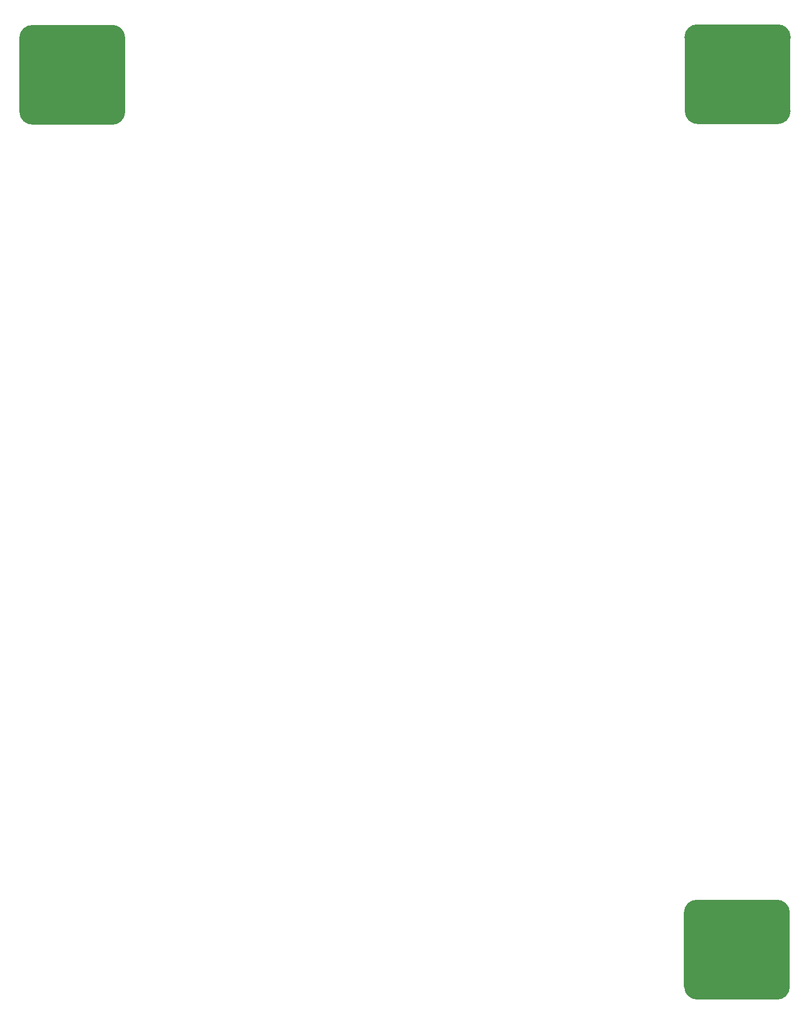
<source format=gbp>
G04 #@! TF.GenerationSoftware,KiCad,Pcbnew,7.0.6*
G04 #@! TF.CreationDate,2023-08-25T15:25:40+01:00*
G04 #@! TF.ProjectId,gdp_flexible,6764705f-666c-4657-9869-626c652e6b69,1.0*
G04 #@! TF.SameCoordinates,Original*
G04 #@! TF.FileFunction,Paste,Bot*
G04 #@! TF.FilePolarity,Positive*
%FSLAX46Y46*%
G04 Gerber Fmt 4.6, Leading zero omitted, Abs format (unit mm)*
G04 Created by KiCad (PCBNEW 7.0.6) date 2023-08-25 15:25:40*
%MOMM*%
%LPD*%
G01*
G04 APERTURE LIST*
%ADD10C,2.100000*%
%ADD11C,0.150000*%
G04 APERTURE END LIST*
D10*
X169950000Y-182000000D02*
G75*
G03*
X169950000Y-182000000I-1050000J0D01*
G01*
X49084640Y-39970097D02*
G75*
G03*
X49084640Y-39970097I-1050000J0D01*
G01*
X156950000Y-170000000D02*
G75*
G03*
X156950000Y-170000000I-1050000J0D01*
G01*
D11*
X171000000Y-27900000D02*
X171000000Y-39900000D01*
X169000000Y-41900000D01*
X156000000Y-41900000D01*
X154000000Y-39900000D01*
X154000000Y-27900000D01*
X156000000Y-25900000D01*
X169000000Y-25900000D01*
X171000000Y-27900000D01*
G36*
X171000000Y-27900000D02*
G01*
X171000000Y-39900000D01*
X169000000Y-41900000D01*
X156000000Y-41900000D01*
X154000000Y-39900000D01*
X154000000Y-27900000D01*
X156000000Y-25900000D01*
X169000000Y-25900000D01*
X171000000Y-27900000D01*
G37*
D10*
X156999988Y-181972545D02*
G75*
G03*
X156999988Y-181972545I-1050000J0D01*
G01*
X49067320Y-28032570D02*
G75*
G03*
X49067320Y-28032570I-1050000J0D01*
G01*
X157107356Y-39880389D02*
G75*
G03*
X157107356Y-39880389I-1050000J0D01*
G01*
X62050000Y-40000000D02*
G75*
G03*
X62050000Y-40000000I-1050000J0D01*
G01*
X170053922Y-39887417D02*
G75*
G03*
X170053922Y-39887417I-1050000J0D01*
G01*
X62050000Y-28000000D02*
G75*
G03*
X62050000Y-28000000I-1050000J0D01*
G01*
X169950000Y-170000000D02*
G75*
G03*
X169950000Y-170000000I-1050000J0D01*
G01*
D11*
X170900000Y-170000000D02*
X170900000Y-182000000D01*
X168900000Y-184000000D01*
X155900000Y-184000000D01*
X153900000Y-182000000D01*
X153900000Y-170000000D01*
X155900000Y-168000000D01*
X168900000Y-168000000D01*
X170900000Y-170000000D01*
G36*
X170900000Y-170000000D02*
G01*
X170900000Y-182000000D01*
X168900000Y-184000000D01*
X155900000Y-184000000D01*
X153900000Y-182000000D01*
X153900000Y-170000000D01*
X155900000Y-168000000D01*
X168900000Y-168000000D01*
X170900000Y-170000000D01*
G37*
D10*
X170086815Y-27912740D02*
G75*
G03*
X170086815Y-27912740I-1050000J0D01*
G01*
D11*
X63000000Y-28000000D02*
X63000000Y-40000000D01*
X61000000Y-42000000D01*
X48000000Y-42000000D01*
X46000000Y-40000000D01*
X46000000Y-28000000D01*
X48000000Y-26000000D01*
X61000000Y-26000000D01*
X63000000Y-28000000D01*
G36*
X63000000Y-28000000D02*
G01*
X63000000Y-40000000D01*
X61000000Y-42000000D01*
X48000000Y-42000000D01*
X46000000Y-40000000D01*
X46000000Y-28000000D01*
X48000000Y-26000000D01*
X61000000Y-26000000D01*
X63000000Y-28000000D01*
G37*
D10*
X157050000Y-27900000D02*
G75*
G03*
X157050000Y-27900000I-1050000J0D01*
G01*
M02*

</source>
